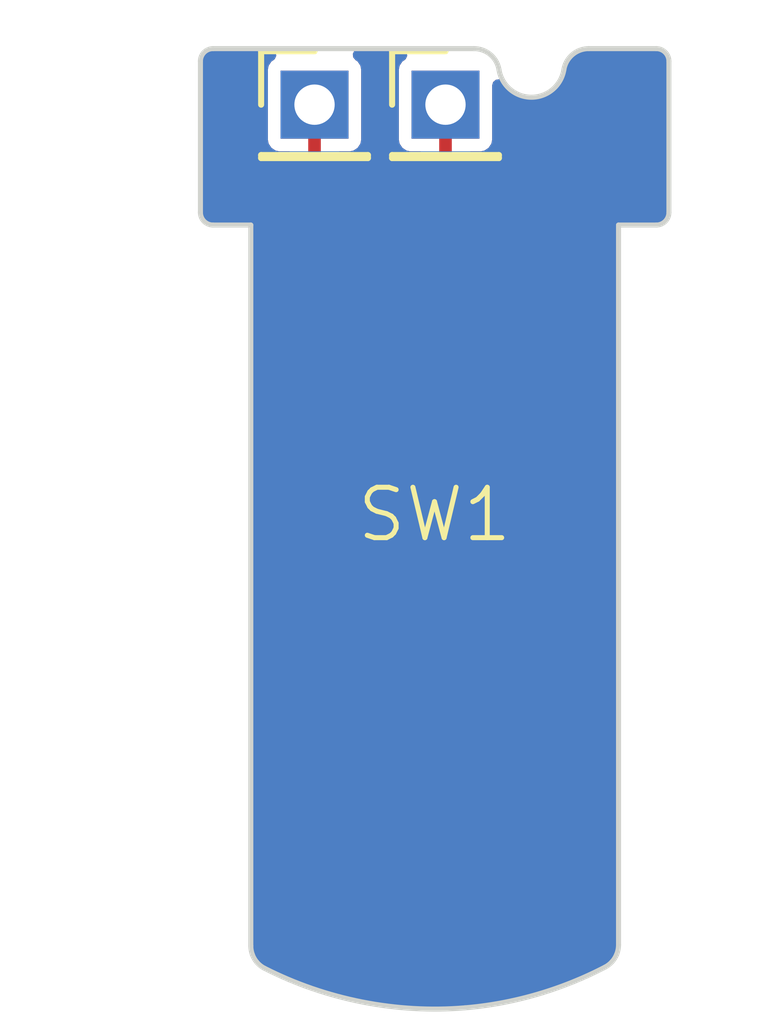
<source format=kicad_pcb>
(kicad_pcb (version 20221018) (generator pcbnew)
  (layers (0 "F.Cu" signal) (31 "B.Cu" signal) (34 "B.Paste" user) (35 "F.Paste" user) (36 "B.SilkS" user "B.Silkscreen") (37 "F.SilkS" user "F.Silkscreen") (38 "B.Mask" user) (39 "F.Mask" user) (44 "Edge.Cuts" user))
  (net 0 "")
  (net 1 "Net-(J1-Pin_1)")
  (net 2 "Net-(J2-Pin_1)")
  (footprint "Connector_PinHeader_2.00mm:PinHeader_1x01_P2.00mm_Vertical" (layer "F.Cu") (at 276.535963 147.415545)
    (fp_text reference "J1" hide)
    (fp_text value "Conn_01x01_Pin")
    (fp_line (start -1.06 -1.06) (end 0 -1.06) (stroke (width 0.12)) (layer "F.SilkS"))
    (fp_line (start -1.06 0) (end -1.06 -1.06) (stroke (width 0.12)) (layer "F.SilkS"))
    (fp_line (start -1.06 1) (end -1.06 1.06) (stroke (width 0.12)) (layer "F.SilkS"))
    (fp_line (start -1.06 1) (end 1.06 1) (stroke (width 0.12)) (layer "F.SilkS"))
    (fp_line (start -1.06 1.06) (end 1.06 1.06) (stroke (width 0.12)) (layer "F.SilkS"))
    (fp_line (start 1.06 1) (end 1.06 1.06) (stroke (width 0.12)) (layer "F.SilkS"))
    (pad "1" thru_hole rect (at 0 0) (size 1.35 1.35) (drill 0.8) (layers "*.Cu" "*.Mask") (net 1 "Net-(J1-Pin_1)"))
  )
  (footprint "Connector_PinHeader_2.00mm:PinHeader_1x01_P2.00mm_Vertical" (layer "F.Cu") (at 279.135963 147.415545)
    (fp_text reference "J2" hide)
    (fp_text value "Conn_01x01_Pin")
    (fp_line (start -1.06 -1.06) (end 0 -1.06) (stroke (width 0.12)) (layer "F.SilkS"))
    (fp_line (start -1.06 0) (end -1.06 -1.06) (stroke (width 0.12)) (layer "F.SilkS"))
    (fp_line (start -1.06 1) (end -1.06 1.06) (stroke (width 0.12)) (layer "F.SilkS"))
    (fp_line (start -1.06 1) (end 1.06 1) (stroke (width 0.12)) (layer "F.SilkS"))
    (fp_line (start -1.06 1.06) (end 1.06 1.06) (stroke (width 0.12)) (layer "F.SilkS"))
    (fp_line (start 1.06 1) (end 1.06 1.06) (stroke (width 0.12)) (layer "F.SilkS"))
    (pad "1" thru_hole rect (at 0 0) (size 1.35 1.35) (drill 0.8) (layers "*.Cu" "*.Mask") (net 2 "Net-(J2-Pin_1)"))
  )
  (footprint "hhl:starprint" (layer "F.Cu") (at 278.921123 158.954 180)
    (fp_text reference "SW1" (at 0.003723 3.4044 unlocked) (layer "F.SilkS") (effects (font (thickness 0.1))))
    (fp_text value "SW_Push" hide)
    (fp_line (start -2.069357 -0.150062) (end 1.819039 -0.150062) (stroke (width 0.05)) (layer "F.Cu"))
    (fp_line (start -2.069357 0.149938) (end 1.819039 0.149938) (stroke (width 0.05)) (layer "F.Cu"))
    (fp_line (start -1.780411 -0.400062) (end 2.036295 -0.400062) (stroke (width 0.05)) (layer "F.Cu"))
    (fp_line (start -1.780411 0.399938) (end 2.036295 0.399938) (stroke (width 0.05)) (layer "F.Cu"))
    (fp_line (start -1.656024 -1.250062) (end 1.329923 -1.250062) (stroke (width 0.05)) (layer "F.Cu"))
    (fp_line (start -1.656024 1.249938) (end 1.329923 1.249938) (stroke (width 0.05)) (layer "F.Cu"))
    (fp_line (start -1.039317 -1.500062) (end 1.433959 -1.500062) (stroke (width 0.05)) (layer "F.Cu"))
    (fp_line (start -1.039317 1.499938) (end 1.433959 1.499938) (stroke (width 0.05)) (layer "F.Cu"))
    (fp_line (start -0.124786 -2.600062) (end -0.124786 -2.071294) (stroke (width 0.05)) (layer "F.Cu"))
    (fp_line (start -0.124786 2.07117) (end -0.124786 2.599938) (stroke (width 0.05)) (layer "F.Cu"))
    (fp_line (start 0.125214 -2.600062) (end 0.125214 -2.071294) (stroke (width 0.05)) (layer "F.Cu"))
    (fp_line (start 0.125214 2.07117) (end 0.125214 2.599938) (stroke (width 0.05)) (layer "F.Cu"))
    (fp_line (start 1.032505 -1.800062) (end -0.300826 -1.800062) (stroke (width 0.05)) (layer "F.Cu"))
    (fp_line (start 1.032505 1.799938) (end -0.300826 1.799938) (stroke (width 0.05)) (layer "F.Cu"))
    (fp_line (start 1.558458 -0.950062) (end -1.844542 -0.950062) (stroke (width 0.05)) (layer "F.Cu"))
    (fp_line (start 1.558458 0.949938) (end -1.844542 0.949938) (stroke (width 0.05)) (layer "F.Cu"))
    (fp_line (start 1.953576 -0.700062) (end -1.685201 -0.700062) (stroke (width 0.05)) (layer "F.Cu"))
    (fp_line (start 1.953576 0.699938) (end -1.685201 0.699938) (stroke (width 0.05)) (layer "F.Cu"))
    (fp_arc (start -2.069357 -0.150062) (mid -1.997406 -0.561431) (end -1.844542 -0.950062) (stroke (width 0.05)) (layer "F.Cu"))
    (fp_arc (start -1.844542 0.949938) (mid -1.997407 0.561307) (end -2.069357 0.149938) (stroke (width 0.05)) (layer "F.Cu"))
    (fp_arc (start -1.780411 -0.400062) (mid -1.739284 -0.552118) (end -1.685201 -0.700062) (stroke (width 0.05)) (layer "F.Cu"))
    (fp_arc (start -1.685201 0.699938) (mid -1.739285 0.551994) (end -1.780411 0.399938) (stroke (width 0.05)) (layer "F.Cu"))
    (fp_arc (start -1.656024 -1.250062) (mid -0.980504 -1.828673) (end -0.124786 -2.071294) (stroke (width 0.05)) (layer "F.Cu"))
    (fp_arc (start -1.039317 -1.500062) (mid -0.68665 -1.690873) (end -0.300826 -1.800062) (stroke (width 0.05)) (layer "F.Cu"))
    (fp_arc (start -0.300826 1.799937) (mid -0.68665 1.690749) (end -1.039316 1.499937) (stroke (width 0.05)) (layer "F.Cu"))
    (fp_arc (start -0.124786 2.07117) (mid -0.980504 1.828549) (end -1.656024 1.249938) (stroke (width 0.05)) (layer "F.Cu"))
    (fp_arc (start -0.124786 2.599938) (mid -2.602789 -0.000062) (end -0.124786 -2.600062) (stroke (width 0.05)) (layer "F.Cu"))
    (fp_arc (start 0.125214 -2.600062) (mid 2.603217 -0.000062) (end 0.125214 2.599938) (stroke (width 0.05)) (layer "F.Cu"))
    (fp_arc (start 0.125214 -2.071293) (mid 0.594539 -1.988126) (end 1.032505 -1.800061) (stroke (width 0.05)) (layer "F.Cu"))
    (fp_arc (start 1.032505 1.799937) (mid 0.594539 1.988002) (end 0.125214 2.071169) (stroke (width 0.05)) (layer "F.Cu"))
    (fp_arc (start 1.329923 -1.250062) (mid 1.451959 -1.10598) (end 1.558458 -0.950062) (stroke (width 0.05)) (layer "F.Cu"))
    (fp_arc (start 1.433958 -1.500061) (mid 1.740364 -1.130327) (end 1.953577 -0.700062) (stroke (width 0.05)) (layer "F.Cu"))
    (fp_arc (start 1.558458 0.949938) (mid 1.451962 1.105858) (end 1.329923 1.249938) (stroke (width 0.05)) (layer "F.Cu"))
    (fp_arc (start 1.819039 -0.150062) (mid 1.825214 -0.000062) (end 1.819039 0.149938) (stroke (width 0.05)) (layer "F.Cu"))
    (fp_arc (start 1.953576 0.699938) (mid 1.740364 1.130203) (end 1.433958 1.499937) (stroke (width 0.05)) (layer "F.Cu"))
    (fp_arc (start 2.036295 -0.400062) (mid 2.075214 -0.000062) (end 2.036295 0.399938) (stroke (width 0.05)) (layer "F.Cu"))
    (fp_poly (pts (xy 0.125214 -2.600062) (xy 0.687076 -2.514868) (xy 1.23284 -2.302395) (xy 1.59946 -2.060759) (xy 1.926502 -1.744133) (xy 2.136892 -1.481666) (xy 2.376445 -1.069219) (xy 2.52226 -0.658854) (xy 2.584752 -0.260988) (xy 2.603499 0.072302) (xy 2.555589 0.480584) (xy 2.478515 0.761798) (xy 2.384777 1.032597) (xy 2.184803 1.407549) (xy 1.884841 1.799166) (xy 1.655703 2.011639) (xy 1.349492 2.228278) (xy 0.999537 2.405339) (xy 0.689159 2.505326) (xy 0.416277 2.563652) (xy 0.124648 2.599064) (xy 0.13298 2.065799) (xy 0.401696 2.038719) (xy 0.732904 1.936649) (xy 1.012035 1.797083) (xy -0.250304 1.799166) (xy -0.404451 1.784585) (xy -0.67525 1.69293) (xy -0.902304 1.595025) (xy -1.010624 1.507536) (xy -0.741908 1.499204) (xy 1.418233 1.497121) (xy 1.489058 1.453377) (xy 1.60571 1.305479) (xy 1.730694 1.159664) (xy 1.820266 1.003434) (xy 1.951499 0.697223) (xy -1.681372 0.701389) (xy -1.750113 0.538909) (xy -1.773027 0.40351) (xy -1.14394 0.397261) (xy 2.032739 0.401427) (xy 2.059819 0.216034) (xy 2.070234 -0.029767) (xy 2.070234 -0.158918) (xy 2.034822 -0.400554) (xy -1.787608 -0.396387) (xy -1.739698 -0.569282) (xy -1.687621 -0.698432) (xy 1.943167 -0.704682) (xy 1.905671 -0.833832) (xy 1.778604 -1.058803) (xy 1.639039 -1.275442) (xy 1.432815 -1.502497) (xy -1.021039 -1.498331) (xy -0.827314 -1.635813) (xy -0.479441 -1.764964) (xy -0.296131 -1.802459) (xy 1.00162 -1.804542) (xy 0.884968 -1.877449) (xy 0.466271 -2.023264) (xy 0.124648 -2.083673)) (stroke (width 0.025)) (fill solid) (layer "F.Cu"))
    (fp_poly (pts (xy -0.132838 2.081157) (xy -0.128209 2.59961) (xy -0.372622 2.582019) (xy -0.88552 2.452406) (xy -1.32065 2.255209) (xy -1.739116 1.939508) (xy -2.035374 1.618253) (xy -2.264049 1.286813) (xy -2.423288 0.969261) (xy -2.538088 0.557276) (xy -2.600117 0.216579) (xy -2.598266 -0.125043) (xy -2.571417 -0.398157) (xy -2.488094 -0.760148) (xy -2.393662 -1.024003) (xy -2.229794 -1.350814) (xy -2.051113 -1.602633) (xy -1.791887 -1.884079) (xy -1.605799 -2.044244) (xy -1.299357 -2.250699) (xy -1.044759 -2.38309) (xy -0.75961 -2.487706) (xy -0.405026 -2.573806) (xy -0.12358 -2.596952) (xy -0.129135 -2.074796) (xy -0.357809 -2.04517) (xy -0.703136 -1.955366) (xy -1.018837 -1.811866) (xy -1.283618 -1.635963) (xy -1.47526 -1.460985) (xy -1.646535 -1.253604) (xy 1.329012 -1.248975) (xy 1.438258 -1.12399) (xy 1.546577 -0.954568) (xy -1.839887 -0.946452) (xy -1.937791 -0.761059) (xy -2.014865 -0.513174) (xy -2.058609 -0.254873) (xy -2.064858 -0.152803) (xy 1.820064 -0.15072) (xy 1.817981 0.015925) (xy 1.813815 0.145075) (xy -0.908755 0.147158) (xy -2.064858 0.149241) (xy -2.048194 0.328385) (xy -1.994034 0.58252) (xy -1.900296 0.830405) (xy -1.858634 0.932475) (xy -1.798225 0.953306) (xy -0.765023 0.953306) (xy 1.547182 0.94914) (xy 1.490939 1.038712) (xy 1.343041 1.232437) (xy 1.307629 1.249102) (xy -1.641995 1.253268) (xy -1.575337 1.355338) (xy -1.379529 1.55323) (xy -1.181637 1.70946) (xy -0.969164 1.828195) (xy -0.785854 1.913601) (xy -0.594212 1.982342) (xy -0.381739 2.040668) (xy -0.124786 2.07117)) (stroke (width 0.025)) (fill solid) (layer "F.Cu"))
    (pad "1" smd rect (at -2.3368 0 180) (size 0.5 0.5) (layers "F.Cu") (net 2 "Net-(J2-Pin_1)"))
    (pad "2" smd rect (at 2.3368 0 180) (size 0.5 0.5) (layers "F.Cu") (net 1 "Net-(J1-Pin_1)"))
  )
  (gr_line (start 274.271123 146.554) (end 274.271123 149.554) (stroke (width 0.1)) (layer "Edge.Cuts"))
  (gr_line (start 283.571123 149.554) (end 283.571123 146.554) (stroke (width 0.1)) (layer "Edge.Cuts"))
  (gr_arc (start 281.48619 146.722144) (mid 281.656126 146.422611) (end 281.979444 146.304) (stroke (width 0.1)) (layer "Edge.Cuts"))
  (gr_line (start 282.571123 149.804) (end 283.321123 149.804) (stroke (width 0.1)) (layer "Edge.Cuts"))
  (gr_line (start 275.271123 149.804) (end 275.271123 164.106525) (stroke (width 0.1)) (layer "Edge.Cuts"))
  (gr_line (start 274.521123 149.804) (end 275.271123 149.804) (stroke (width 0.1)) (layer "Edge.Cuts"))
  (gr_line (start 283.321123 146.304) (end 281.979444 146.304) (stroke (width 0.1)) (layer "Edge.Cuts"))
  (gr_curve (pts (xy 282.571123 164.085746) (xy 282.571123 164.150854) (xy 282.558406 164.215338) (xy 282.533688 164.275571)) (stroke (width 0.1)) (layer "Edge.Cuts"))
  (gr_line (start 282.571123 164.085746) (end 282.571123 149.804) (stroke (width 0.1)) (layer "Edge.Cuts"))
  (gr_arc (start 279.7048 146.304) (mid 280.028133 146.422594) (end 280.198054 146.722144) (stroke (width 0.1)) (layer "Edge.Cuts"))
  (gr_arc (start 274.521123 149.804) (mid 274.344346 149.730777) (end 274.271123 149.554) (stroke (width 0.1)) (layer "Edge.Cuts"))
  (gr_curve (pts (xy 282.440204 164.423058) (xy 282.400633 164.466356) (xy 282.35375 164.502354) (xy 282.301704 164.529404)) (stroke (width 0.1)) (layer "Edge.Cuts"))
  (gr_arc (start 281.48619 146.722144) (mid 280.842122 147.268137) (end 280.198054 146.722144) (stroke (width 0.1)) (layer "Edge.Cuts"))
  (gr_curve (pts (xy 275.39211 164.432636) (xy 275.35339 164.387636) (xy 275.322993 164.336098) (xy 275.302344 164.28044)) (stroke (width 0.1)) (layer "Edge.Cuts"))
  (gr_curve (pts (xy 275.302344 164.28044) (xy 275.281696 164.224783) (xy 275.271123 164.165889) (xy 275.271123 164.106525)) (stroke (width 0.1)) (layer "Edge.Cuts"))
  (gr_curve (pts (xy 275.544295 164.552113) (xy 275.486272 164.522577) (xy 275.434574 164.48199) (xy 275.39211 164.432636)) (stroke (width 0.1)) (layer "Edge.Cuts"))
  (gr_arc (start 283.321123 146.304) (mid 283.4979 146.377223) (end 283.571123 146.554) (stroke (width 0.1)) (layer "Edge.Cuts"))
  (gr_curve (pts (xy 279.523032 165.336042) (xy 278.161069 165.450249) (xy 276.763651 165.172831) (xy 275.544295 164.552113)) (stroke (width 0.1)) (layer "Edge.Cuts"))
  (gr_arc (start 274.271123 146.554) (mid 274.344346 146.377223) (end 274.521123 146.304) (stroke (width 0.1)) (layer "Edge.Cuts"))
  (gr_curve (pts (xy 282.533688 164.275571) (xy 282.511419 164.329836) (xy 282.479774 164.379761) (xy 282.440204 164.423058)) (stroke (width 0.1)) (layer "Edge.Cuts"))
  (gr_curve (pts (xy 282.301704 164.529404) (xy 281.440105 164.9772) (xy 280.48854 165.25508) (xy 279.523032 165.336042)) (stroke (width 0.1)) (layer "Edge.Cuts"))
  (gr_line (start 279.7048 146.304) (end 274.521123 146.304) (stroke (width 0.1)) (layer "Edge.Cuts"))
  (gr_arc (start 283.571123 149.554) (mid 283.4979 149.730777) (end 283.321123 149.804) (stroke (width 0.1)) (layer "Edge.Cuts"))
  (segment (start 275.9964 158.366077) (end 275.9964 153.797) (width 0.25) (layer "F.Cu") (net 1))
  (segment (start 276.584323 158.954) (end 275.9964 158.366077) (width 0.25) (layer "F.Cu") (net 1))
  (segment (start 275.9964 153.797) (end 276.535963 153.257437) (width 0.25) (layer "F.Cu") (net 1))
  (segment (start 276.535963 153.257437) (end 276.535963 147.415545) (width 0.25) (layer "F.Cu") (net 1))
  (segment (start 279.135963 147.415545) (end 279.135963 152.872563) (width 0.25) (layer "F.Cu") (net 2))
  (segment (start 281.813 155.5496) (end 281.813 158.831485) (width 0.25) (layer "F.Cu") (net 2))
  (segment (start 279.135963 152.872563) (end 281.813 155.5496) (width 0.25) (layer "F.Cu") (net 2))
  (segment (start 281.813 158.831485) (end 281.690386 158.954099) (width 0.25) (layer "F.Cu") (net 2))
  (segment (start 281.690386 158.954099) (end 281.170778 158.954099) (width 0.25) (layer "F.Cu") (net 2))
  (zone (net 0) (net_name "") (layers "F&B.Cu") (connect_pads (clearance 0.25)) (min_thickness 0.25) (fill yes (thermal_gap 0.5) (thermal_bridge_width 0.5) (island_removal_mode 1) (island_area_min 10))
    (polygon (pts (xy 273.5072 145.3388) (xy 284.3784 145.3388) (xy 284.3784 165.6588) (xy 273.5072 165.6588)))
  )
)
</source>
